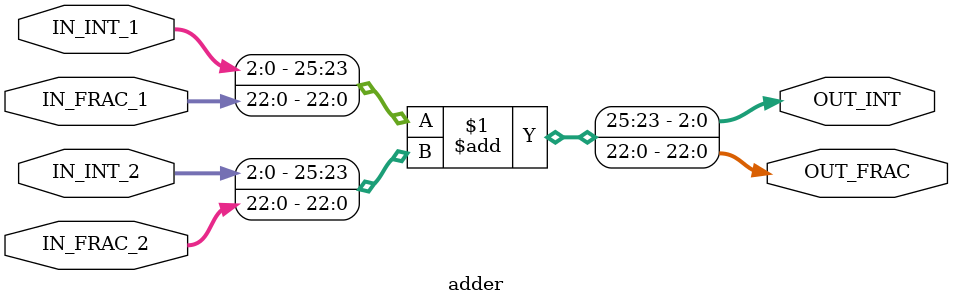
<source format=v>
module adder ( 
	IN_FRAC_1,
	IN_INT_1,
	IN_FRAC_2,
	IN_INT_2,
	OUT_FRAC,
	OUT_INT
);
	parameter num_of_int = 3; /*weight of integer*/
	parameter num_of_frac = 23; /* num of frac must be 23*/
	input [num_of_int - 1:0] IN_INT_1;
	input [num_of_int - 1:0] IN_INT_2;
	input [num_of_frac - 1:0] IN_FRAC_1;
	input [num_of_frac - 1:0] IN_FRAC_2;
	output [num_of_int - 1:0] OUT_INT;
	output [num_of_frac - 1:0] OUT_FRAC;
	
	assign {OUT_INT, OUT_FRAC} = {IN_INT_1, IN_FRAC_1} + {IN_INT_2, IN_FRAC_2};
endmodule

</source>
